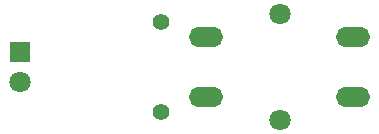
<source format=gbs>
%TF.GenerationSoftware,KiCad,Pcbnew,9.0.2*%
%TF.CreationDate,2025-06-10T04:14:28+06:00*%
%TF.ProjectId,project_1_led torch,70726f6a-6563-4745-9f31-5f6c65642074,1*%
%TF.SameCoordinates,Original*%
%TF.FileFunction,Soldermask,Bot*%
%TF.FilePolarity,Negative*%
%FSLAX46Y46*%
G04 Gerber Fmt 4.6, Leading zero omitted, Abs format (unit mm)*
G04 Created by KiCad (PCBNEW 9.0.2) date 2025-06-10 04:14:28*
%MOMM*%
%LPD*%
G01*
G04 APERTURE LIST*
%ADD10R,1.800000X1.800000*%
%ADD11C,1.800000*%
%ADD12O,2.900000X1.700000*%
%ADD13C,1.400000*%
G04 APERTURE END LIST*
D10*
%TO.C,D1*%
X63000000Y-94725000D03*
D11*
X63000000Y-97265000D03*
%TD*%
%TO.C,SW1*%
X85000000Y-91500000D03*
X85000000Y-100500000D03*
D12*
X78750000Y-93500000D03*
X91250000Y-93500000D03*
X78750000Y-98500000D03*
X91250000Y-98500000D03*
%TD*%
D13*
%TO.C,R1*%
X75000000Y-92190000D03*
X75000000Y-99810000D03*
%TD*%
M02*

</source>
